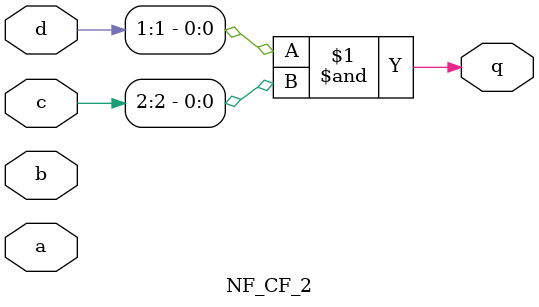
<source format=v>
/*
* -----------------------------------------------------------------
* COMPANY : Ruhr University Bochum
* AUTHOR  : Amir Moradi amir.moradi@rub.de Aein Rezaei Shahmirzadi aein.rezaeishahmirzadi@rub.de
* DOCUMENT: "Second-Order SCA Security with almost no Fresh Randomness" TCHES 2021, Issue 3
* -----------------------------------------------------------------
*
* Copyright c 2021, Amir Moradi, Aein Rezaei Shahmirzadi
*
* All rights reserved.
*
* THIS SOFTWARE IS PROVIDED BY THE COPYRIGHT HOLDERS AND CONTRIBUTORS "AS IS" AND
* ANY EXPRESS OR IMPLIED WARRANTIES, INCLUDING, BUT NOT LIMITED TO, THE IMPLIED
* WARRANTIES OF MERCHANTABILITY AND FITNESS FOR A PARTICULAR PURPOSE ARE
* DISCLAIMED. IN NO EVENT SHALL THE COPYRIGHT HOLDER OR CONTRIBUTERS BE LIABLE FOR ANY
* DIRECT, INDIRECT, INCIDENTAL, SPECIAL, EXEMPLARY, OR CONSEQUENTIAL DAMAGES
* INCLUDING, BUT NOT LIMITED TO, PROCUREMENT OF SUBSTITUTE GOODS OR SERVICES;
* LOSS OF USE, DATA, OR PROFITS; OR BUSINESS INTERRUPTION HOWEVER CAUSED AND
* ON ANY THEORY OF LIABILITY, WHETHER IN CONTRACT, STRICT LIABILITY, OR TORT
* INCLUDING NEGLIGENCE OR OTHERWISE ARISING IN ANY WAY OUT OF THE USE OF THIS
* SOFTWARE, EVEN IF ADVISED OF THE POSSIBILITY OF SUCH DAMAGE.
*
* Please see LICENSE and README for license and further instructions.
*/

module NF_CF_2(
    input [3:1] a,
    input [3:1] b,
    input [3:1] c,
    input [3:1] d,
    output q 
	 );
	 
	parameter num = 1;
	 
	generate

		if(num==0) begin
			assign q = d[1] ^ c[1] ^ (d[1]&c[1]);
		end
		if(num==1) begin
			assign q = (d[1]&c[2]);
		end
		if(num==2) begin
			assign q = d[1] ^ c[3] ^ b[3] ^ (d[1]&c[3]);
		end
		if(num==3) begin
			assign q = c[1] ^ (d[2]&c[1]);
		end
		if(num==4) begin
			assign q = (d[2]&c[2]);
		end
		if(num==5) begin
			assign q = b[2] ^ (d[2]&c[3]);
		end
		if(num==6) begin
			assign q = b[1] ^ (d[3]&c[1]);
		end
		if(num==7) begin
			assign q = (d[3]&c[2]);
		end
		if(num==8) begin
			assign q = c[3] ^ (d[3]&c[3]);
		end
		if(num==9) begin
			assign q = a[1] ^ (d[1]&c[1]) ^ (d[1]&b[1]);
		end
		if(num==10) begin
			assign q = c[2] ^ b[2] ^ (d[1]&c[2]) ^ (d[1]&b[2]);
		end
		if(num==11) begin
			assign q = b[3] ^ (d[1]&c[3]) ^ (d[1]&b[3]);
		end
		if(num==12) begin
			assign q = a[2] ^ d[2] ^ (d[2]&c[1]) ^ (d[2]&b[1]);
		end
		if(num==13) begin
			assign q = c[2] ^ (d[2]&c[2]) ^ (d[2]&b[2]);
		end
		if(num==14) begin
			assign q = d[2] ^ c[3] ^ b[3] ^ (d[2]&c[3]) ^ (d[2]&b[3]);
		end
		if(num==15) begin
			assign q = a[3] ^ b[1] ^ (d[3]&c[1]) ^ (d[3]&b[1]);
		end
		if(num==16) begin
			assign q = d[3] ^ (d[3]&c[2]) ^ (d[3]&b[2]);
		end
		if(num==17) begin
			assign q = d[3] ^ c[3] ^ b[3] ^ (d[3]&c[3]) ^ (d[3]&b[3]);
		end
		


	endgenerate


endmodule

</source>
